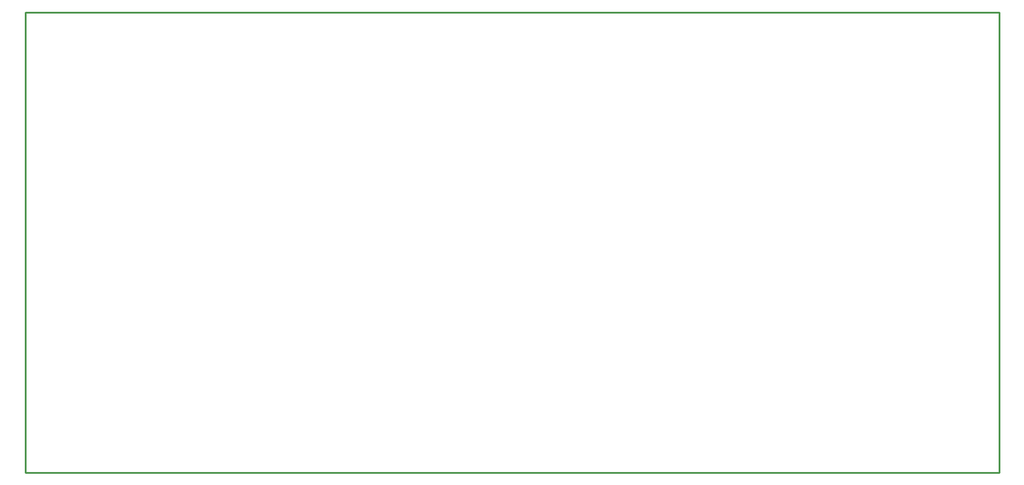
<source format=gko>
G04 Layer: BoardOutlineLayer*
G04 EasyEDA v6.5.8, 2022-07-18 10:06:56*
G04 273c276c2863449b8c9a1f5c07be89c0,0c792c838a6744a9a4735c8e6cb38716,10*
G04 Gerber Generator version 0.2*
G04 Scale: 100 percent, Rotated: No, Reflected: No *
G04 Dimensions in millimeters *
G04 leading zeros omitted , absolute positions ,4 integer and 5 decimal *
%FSLAX45Y45*%
%MOMM*%

%ADD10C,0.2540*%
D10*
X508000Y5842000D02*
G01*
X14478000Y5842000D01*
X14478000Y-762000D01*
X508000Y-762000D01*
X508000Y5842000D01*

%LPD*%
M02*

</source>
